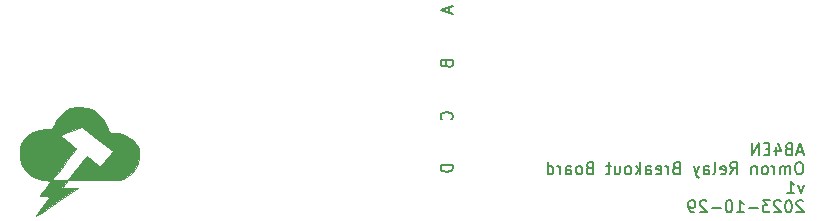
<source format=gbr>
%TF.GenerationSoftware,KiCad,Pcbnew,7.0.8-7.0.8~ubuntu22.04.1*%
%TF.CreationDate,2023-10-29T22:01:59-04:00*%
%TF.ProjectId,relay_board,72656c61-795f-4626-9f61-72642e6b6963,rev?*%
%TF.SameCoordinates,Original*%
%TF.FileFunction,Legend,Bot*%
%TF.FilePolarity,Positive*%
%FSLAX46Y46*%
G04 Gerber Fmt 4.6, Leading zero omitted, Abs format (unit mm)*
G04 Created by KiCad (PCBNEW 7.0.8-7.0.8~ubuntu22.04.1) date 2023-10-29 22:01:59*
%MOMM*%
%LPD*%
G01*
G04 APERTURE LIST*
%ADD10C,0.150000*%
%ADD11C,0.010000*%
G04 APERTURE END LIST*
D10*
X194814819Y-109556779D02*
X193814819Y-109556779D01*
X193814819Y-109556779D02*
X193814819Y-109794874D01*
X193814819Y-109794874D02*
X193862438Y-109937731D01*
X193862438Y-109937731D02*
X193957676Y-110032969D01*
X193957676Y-110032969D02*
X194052914Y-110080588D01*
X194052914Y-110080588D02*
X194243390Y-110128207D01*
X194243390Y-110128207D02*
X194386247Y-110128207D01*
X194386247Y-110128207D02*
X194576723Y-110080588D01*
X194576723Y-110080588D02*
X194671961Y-110032969D01*
X194671961Y-110032969D02*
X194767200Y-109937731D01*
X194767200Y-109937731D02*
X194814819Y-109794874D01*
X194814819Y-109794874D02*
X194814819Y-109556779D01*
X194719580Y-105683207D02*
X194767200Y-105635588D01*
X194767200Y-105635588D02*
X194814819Y-105492731D01*
X194814819Y-105492731D02*
X194814819Y-105397493D01*
X194814819Y-105397493D02*
X194767200Y-105254636D01*
X194767200Y-105254636D02*
X194671961Y-105159398D01*
X194671961Y-105159398D02*
X194576723Y-105111779D01*
X194576723Y-105111779D02*
X194386247Y-105064160D01*
X194386247Y-105064160D02*
X194243390Y-105064160D01*
X194243390Y-105064160D02*
X194052914Y-105111779D01*
X194052914Y-105111779D02*
X193957676Y-105159398D01*
X193957676Y-105159398D02*
X193862438Y-105254636D01*
X193862438Y-105254636D02*
X193814819Y-105397493D01*
X193814819Y-105397493D02*
X193814819Y-105492731D01*
X193814819Y-105492731D02*
X193862438Y-105635588D01*
X193862438Y-105635588D02*
X193910057Y-105683207D01*
X194291009Y-101000112D02*
X194338628Y-101142969D01*
X194338628Y-101142969D02*
X194386247Y-101190588D01*
X194386247Y-101190588D02*
X194481485Y-101238207D01*
X194481485Y-101238207D02*
X194624342Y-101238207D01*
X194624342Y-101238207D02*
X194719580Y-101190588D01*
X194719580Y-101190588D02*
X194767200Y-101142969D01*
X194767200Y-101142969D02*
X194814819Y-101047731D01*
X194814819Y-101047731D02*
X194814819Y-100666779D01*
X194814819Y-100666779D02*
X193814819Y-100666779D01*
X193814819Y-100666779D02*
X193814819Y-101000112D01*
X193814819Y-101000112D02*
X193862438Y-101095350D01*
X193862438Y-101095350D02*
X193910057Y-101142969D01*
X193910057Y-101142969D02*
X194005295Y-101190588D01*
X194005295Y-101190588D02*
X194100533Y-101190588D01*
X194100533Y-101190588D02*
X194195771Y-101142969D01*
X194195771Y-101142969D02*
X194243390Y-101095350D01*
X194243390Y-101095350D02*
X194291009Y-101000112D01*
X194291009Y-101000112D02*
X194291009Y-100666779D01*
X194529104Y-96174160D02*
X194529104Y-96650350D01*
X194814819Y-96078922D02*
X193814819Y-96412255D01*
X193814819Y-96412255D02*
X194814819Y-96745588D01*
X224500839Y-108419104D02*
X224024649Y-108419104D01*
X224596077Y-108704819D02*
X224262744Y-107704819D01*
X224262744Y-107704819D02*
X223929411Y-108704819D01*
X223262744Y-108181009D02*
X223119887Y-108228628D01*
X223119887Y-108228628D02*
X223072268Y-108276247D01*
X223072268Y-108276247D02*
X223024649Y-108371485D01*
X223024649Y-108371485D02*
X223024649Y-108514342D01*
X223024649Y-108514342D02*
X223072268Y-108609580D01*
X223072268Y-108609580D02*
X223119887Y-108657200D01*
X223119887Y-108657200D02*
X223215125Y-108704819D01*
X223215125Y-108704819D02*
X223596077Y-108704819D01*
X223596077Y-108704819D02*
X223596077Y-107704819D01*
X223596077Y-107704819D02*
X223262744Y-107704819D01*
X223262744Y-107704819D02*
X223167506Y-107752438D01*
X223167506Y-107752438D02*
X223119887Y-107800057D01*
X223119887Y-107800057D02*
X223072268Y-107895295D01*
X223072268Y-107895295D02*
X223072268Y-107990533D01*
X223072268Y-107990533D02*
X223119887Y-108085771D01*
X223119887Y-108085771D02*
X223167506Y-108133390D01*
X223167506Y-108133390D02*
X223262744Y-108181009D01*
X223262744Y-108181009D02*
X223596077Y-108181009D01*
X222167506Y-108038152D02*
X222167506Y-108704819D01*
X222405601Y-107657200D02*
X222643696Y-108371485D01*
X222643696Y-108371485D02*
X222024649Y-108371485D01*
X221643696Y-108181009D02*
X221310363Y-108181009D01*
X221167506Y-108704819D02*
X221643696Y-108704819D01*
X221643696Y-108704819D02*
X221643696Y-107704819D01*
X221643696Y-107704819D02*
X221167506Y-107704819D01*
X220738934Y-108704819D02*
X220738934Y-107704819D01*
X220738934Y-107704819D02*
X220167506Y-108704819D01*
X220167506Y-108704819D02*
X220167506Y-107704819D01*
X224262744Y-109314819D02*
X224072268Y-109314819D01*
X224072268Y-109314819D02*
X223977030Y-109362438D01*
X223977030Y-109362438D02*
X223881792Y-109457676D01*
X223881792Y-109457676D02*
X223834173Y-109648152D01*
X223834173Y-109648152D02*
X223834173Y-109981485D01*
X223834173Y-109981485D02*
X223881792Y-110171961D01*
X223881792Y-110171961D02*
X223977030Y-110267200D01*
X223977030Y-110267200D02*
X224072268Y-110314819D01*
X224072268Y-110314819D02*
X224262744Y-110314819D01*
X224262744Y-110314819D02*
X224357982Y-110267200D01*
X224357982Y-110267200D02*
X224453220Y-110171961D01*
X224453220Y-110171961D02*
X224500839Y-109981485D01*
X224500839Y-109981485D02*
X224500839Y-109648152D01*
X224500839Y-109648152D02*
X224453220Y-109457676D01*
X224453220Y-109457676D02*
X224357982Y-109362438D01*
X224357982Y-109362438D02*
X224262744Y-109314819D01*
X223405601Y-110314819D02*
X223405601Y-109648152D01*
X223405601Y-109743390D02*
X223357982Y-109695771D01*
X223357982Y-109695771D02*
X223262744Y-109648152D01*
X223262744Y-109648152D02*
X223119887Y-109648152D01*
X223119887Y-109648152D02*
X223024649Y-109695771D01*
X223024649Y-109695771D02*
X222977030Y-109791009D01*
X222977030Y-109791009D02*
X222977030Y-110314819D01*
X222977030Y-109791009D02*
X222929411Y-109695771D01*
X222929411Y-109695771D02*
X222834173Y-109648152D01*
X222834173Y-109648152D02*
X222691316Y-109648152D01*
X222691316Y-109648152D02*
X222596077Y-109695771D01*
X222596077Y-109695771D02*
X222548458Y-109791009D01*
X222548458Y-109791009D02*
X222548458Y-110314819D01*
X222072268Y-110314819D02*
X222072268Y-109648152D01*
X222072268Y-109838628D02*
X222024649Y-109743390D01*
X222024649Y-109743390D02*
X221977030Y-109695771D01*
X221977030Y-109695771D02*
X221881792Y-109648152D01*
X221881792Y-109648152D02*
X221786554Y-109648152D01*
X221310363Y-110314819D02*
X221405601Y-110267200D01*
X221405601Y-110267200D02*
X221453220Y-110219580D01*
X221453220Y-110219580D02*
X221500839Y-110124342D01*
X221500839Y-110124342D02*
X221500839Y-109838628D01*
X221500839Y-109838628D02*
X221453220Y-109743390D01*
X221453220Y-109743390D02*
X221405601Y-109695771D01*
X221405601Y-109695771D02*
X221310363Y-109648152D01*
X221310363Y-109648152D02*
X221167506Y-109648152D01*
X221167506Y-109648152D02*
X221072268Y-109695771D01*
X221072268Y-109695771D02*
X221024649Y-109743390D01*
X221024649Y-109743390D02*
X220977030Y-109838628D01*
X220977030Y-109838628D02*
X220977030Y-110124342D01*
X220977030Y-110124342D02*
X221024649Y-110219580D01*
X221024649Y-110219580D02*
X221072268Y-110267200D01*
X221072268Y-110267200D02*
X221167506Y-110314819D01*
X221167506Y-110314819D02*
X221310363Y-110314819D01*
X220548458Y-109648152D02*
X220548458Y-110314819D01*
X220548458Y-109743390D02*
X220500839Y-109695771D01*
X220500839Y-109695771D02*
X220405601Y-109648152D01*
X220405601Y-109648152D02*
X220262744Y-109648152D01*
X220262744Y-109648152D02*
X220167506Y-109695771D01*
X220167506Y-109695771D02*
X220119887Y-109791009D01*
X220119887Y-109791009D02*
X220119887Y-110314819D01*
X218310363Y-110314819D02*
X218643696Y-109838628D01*
X218881791Y-110314819D02*
X218881791Y-109314819D01*
X218881791Y-109314819D02*
X218500839Y-109314819D01*
X218500839Y-109314819D02*
X218405601Y-109362438D01*
X218405601Y-109362438D02*
X218357982Y-109410057D01*
X218357982Y-109410057D02*
X218310363Y-109505295D01*
X218310363Y-109505295D02*
X218310363Y-109648152D01*
X218310363Y-109648152D02*
X218357982Y-109743390D01*
X218357982Y-109743390D02*
X218405601Y-109791009D01*
X218405601Y-109791009D02*
X218500839Y-109838628D01*
X218500839Y-109838628D02*
X218881791Y-109838628D01*
X217500839Y-110267200D02*
X217596077Y-110314819D01*
X217596077Y-110314819D02*
X217786553Y-110314819D01*
X217786553Y-110314819D02*
X217881791Y-110267200D01*
X217881791Y-110267200D02*
X217929410Y-110171961D01*
X217929410Y-110171961D02*
X217929410Y-109791009D01*
X217929410Y-109791009D02*
X217881791Y-109695771D01*
X217881791Y-109695771D02*
X217786553Y-109648152D01*
X217786553Y-109648152D02*
X217596077Y-109648152D01*
X217596077Y-109648152D02*
X217500839Y-109695771D01*
X217500839Y-109695771D02*
X217453220Y-109791009D01*
X217453220Y-109791009D02*
X217453220Y-109886247D01*
X217453220Y-109886247D02*
X217929410Y-109981485D01*
X216881791Y-110314819D02*
X216977029Y-110267200D01*
X216977029Y-110267200D02*
X217024648Y-110171961D01*
X217024648Y-110171961D02*
X217024648Y-109314819D01*
X216072267Y-110314819D02*
X216072267Y-109791009D01*
X216072267Y-109791009D02*
X216119886Y-109695771D01*
X216119886Y-109695771D02*
X216215124Y-109648152D01*
X216215124Y-109648152D02*
X216405600Y-109648152D01*
X216405600Y-109648152D02*
X216500838Y-109695771D01*
X216072267Y-110267200D02*
X216167505Y-110314819D01*
X216167505Y-110314819D02*
X216405600Y-110314819D01*
X216405600Y-110314819D02*
X216500838Y-110267200D01*
X216500838Y-110267200D02*
X216548457Y-110171961D01*
X216548457Y-110171961D02*
X216548457Y-110076723D01*
X216548457Y-110076723D02*
X216500838Y-109981485D01*
X216500838Y-109981485D02*
X216405600Y-109933866D01*
X216405600Y-109933866D02*
X216167505Y-109933866D01*
X216167505Y-109933866D02*
X216072267Y-109886247D01*
X215691314Y-109648152D02*
X215453219Y-110314819D01*
X215215124Y-109648152D02*
X215453219Y-110314819D01*
X215453219Y-110314819D02*
X215548457Y-110552914D01*
X215548457Y-110552914D02*
X215596076Y-110600533D01*
X215596076Y-110600533D02*
X215691314Y-110648152D01*
X213738933Y-109791009D02*
X213596076Y-109838628D01*
X213596076Y-109838628D02*
X213548457Y-109886247D01*
X213548457Y-109886247D02*
X213500838Y-109981485D01*
X213500838Y-109981485D02*
X213500838Y-110124342D01*
X213500838Y-110124342D02*
X213548457Y-110219580D01*
X213548457Y-110219580D02*
X213596076Y-110267200D01*
X213596076Y-110267200D02*
X213691314Y-110314819D01*
X213691314Y-110314819D02*
X214072266Y-110314819D01*
X214072266Y-110314819D02*
X214072266Y-109314819D01*
X214072266Y-109314819D02*
X213738933Y-109314819D01*
X213738933Y-109314819D02*
X213643695Y-109362438D01*
X213643695Y-109362438D02*
X213596076Y-109410057D01*
X213596076Y-109410057D02*
X213548457Y-109505295D01*
X213548457Y-109505295D02*
X213548457Y-109600533D01*
X213548457Y-109600533D02*
X213596076Y-109695771D01*
X213596076Y-109695771D02*
X213643695Y-109743390D01*
X213643695Y-109743390D02*
X213738933Y-109791009D01*
X213738933Y-109791009D02*
X214072266Y-109791009D01*
X213072266Y-110314819D02*
X213072266Y-109648152D01*
X213072266Y-109838628D02*
X213024647Y-109743390D01*
X213024647Y-109743390D02*
X212977028Y-109695771D01*
X212977028Y-109695771D02*
X212881790Y-109648152D01*
X212881790Y-109648152D02*
X212786552Y-109648152D01*
X212072266Y-110267200D02*
X212167504Y-110314819D01*
X212167504Y-110314819D02*
X212357980Y-110314819D01*
X212357980Y-110314819D02*
X212453218Y-110267200D01*
X212453218Y-110267200D02*
X212500837Y-110171961D01*
X212500837Y-110171961D02*
X212500837Y-109791009D01*
X212500837Y-109791009D02*
X212453218Y-109695771D01*
X212453218Y-109695771D02*
X212357980Y-109648152D01*
X212357980Y-109648152D02*
X212167504Y-109648152D01*
X212167504Y-109648152D02*
X212072266Y-109695771D01*
X212072266Y-109695771D02*
X212024647Y-109791009D01*
X212024647Y-109791009D02*
X212024647Y-109886247D01*
X212024647Y-109886247D02*
X212500837Y-109981485D01*
X211167504Y-110314819D02*
X211167504Y-109791009D01*
X211167504Y-109791009D02*
X211215123Y-109695771D01*
X211215123Y-109695771D02*
X211310361Y-109648152D01*
X211310361Y-109648152D02*
X211500837Y-109648152D01*
X211500837Y-109648152D02*
X211596075Y-109695771D01*
X211167504Y-110267200D02*
X211262742Y-110314819D01*
X211262742Y-110314819D02*
X211500837Y-110314819D01*
X211500837Y-110314819D02*
X211596075Y-110267200D01*
X211596075Y-110267200D02*
X211643694Y-110171961D01*
X211643694Y-110171961D02*
X211643694Y-110076723D01*
X211643694Y-110076723D02*
X211596075Y-109981485D01*
X211596075Y-109981485D02*
X211500837Y-109933866D01*
X211500837Y-109933866D02*
X211262742Y-109933866D01*
X211262742Y-109933866D02*
X211167504Y-109886247D01*
X210691313Y-110314819D02*
X210691313Y-109314819D01*
X210596075Y-109933866D02*
X210310361Y-110314819D01*
X210310361Y-109648152D02*
X210691313Y-110029104D01*
X209738932Y-110314819D02*
X209834170Y-110267200D01*
X209834170Y-110267200D02*
X209881789Y-110219580D01*
X209881789Y-110219580D02*
X209929408Y-110124342D01*
X209929408Y-110124342D02*
X209929408Y-109838628D01*
X209929408Y-109838628D02*
X209881789Y-109743390D01*
X209881789Y-109743390D02*
X209834170Y-109695771D01*
X209834170Y-109695771D02*
X209738932Y-109648152D01*
X209738932Y-109648152D02*
X209596075Y-109648152D01*
X209596075Y-109648152D02*
X209500837Y-109695771D01*
X209500837Y-109695771D02*
X209453218Y-109743390D01*
X209453218Y-109743390D02*
X209405599Y-109838628D01*
X209405599Y-109838628D02*
X209405599Y-110124342D01*
X209405599Y-110124342D02*
X209453218Y-110219580D01*
X209453218Y-110219580D02*
X209500837Y-110267200D01*
X209500837Y-110267200D02*
X209596075Y-110314819D01*
X209596075Y-110314819D02*
X209738932Y-110314819D01*
X208548456Y-109648152D02*
X208548456Y-110314819D01*
X208977027Y-109648152D02*
X208977027Y-110171961D01*
X208977027Y-110171961D02*
X208929408Y-110267200D01*
X208929408Y-110267200D02*
X208834170Y-110314819D01*
X208834170Y-110314819D02*
X208691313Y-110314819D01*
X208691313Y-110314819D02*
X208596075Y-110267200D01*
X208596075Y-110267200D02*
X208548456Y-110219580D01*
X208215122Y-109648152D02*
X207834170Y-109648152D01*
X208072265Y-109314819D02*
X208072265Y-110171961D01*
X208072265Y-110171961D02*
X208024646Y-110267200D01*
X208024646Y-110267200D02*
X207929408Y-110314819D01*
X207929408Y-110314819D02*
X207834170Y-110314819D01*
X206405598Y-109791009D02*
X206262741Y-109838628D01*
X206262741Y-109838628D02*
X206215122Y-109886247D01*
X206215122Y-109886247D02*
X206167503Y-109981485D01*
X206167503Y-109981485D02*
X206167503Y-110124342D01*
X206167503Y-110124342D02*
X206215122Y-110219580D01*
X206215122Y-110219580D02*
X206262741Y-110267200D01*
X206262741Y-110267200D02*
X206357979Y-110314819D01*
X206357979Y-110314819D02*
X206738931Y-110314819D01*
X206738931Y-110314819D02*
X206738931Y-109314819D01*
X206738931Y-109314819D02*
X206405598Y-109314819D01*
X206405598Y-109314819D02*
X206310360Y-109362438D01*
X206310360Y-109362438D02*
X206262741Y-109410057D01*
X206262741Y-109410057D02*
X206215122Y-109505295D01*
X206215122Y-109505295D02*
X206215122Y-109600533D01*
X206215122Y-109600533D02*
X206262741Y-109695771D01*
X206262741Y-109695771D02*
X206310360Y-109743390D01*
X206310360Y-109743390D02*
X206405598Y-109791009D01*
X206405598Y-109791009D02*
X206738931Y-109791009D01*
X205596074Y-110314819D02*
X205691312Y-110267200D01*
X205691312Y-110267200D02*
X205738931Y-110219580D01*
X205738931Y-110219580D02*
X205786550Y-110124342D01*
X205786550Y-110124342D02*
X205786550Y-109838628D01*
X205786550Y-109838628D02*
X205738931Y-109743390D01*
X205738931Y-109743390D02*
X205691312Y-109695771D01*
X205691312Y-109695771D02*
X205596074Y-109648152D01*
X205596074Y-109648152D02*
X205453217Y-109648152D01*
X205453217Y-109648152D02*
X205357979Y-109695771D01*
X205357979Y-109695771D02*
X205310360Y-109743390D01*
X205310360Y-109743390D02*
X205262741Y-109838628D01*
X205262741Y-109838628D02*
X205262741Y-110124342D01*
X205262741Y-110124342D02*
X205310360Y-110219580D01*
X205310360Y-110219580D02*
X205357979Y-110267200D01*
X205357979Y-110267200D02*
X205453217Y-110314819D01*
X205453217Y-110314819D02*
X205596074Y-110314819D01*
X204405598Y-110314819D02*
X204405598Y-109791009D01*
X204405598Y-109791009D02*
X204453217Y-109695771D01*
X204453217Y-109695771D02*
X204548455Y-109648152D01*
X204548455Y-109648152D02*
X204738931Y-109648152D01*
X204738931Y-109648152D02*
X204834169Y-109695771D01*
X204405598Y-110267200D02*
X204500836Y-110314819D01*
X204500836Y-110314819D02*
X204738931Y-110314819D01*
X204738931Y-110314819D02*
X204834169Y-110267200D01*
X204834169Y-110267200D02*
X204881788Y-110171961D01*
X204881788Y-110171961D02*
X204881788Y-110076723D01*
X204881788Y-110076723D02*
X204834169Y-109981485D01*
X204834169Y-109981485D02*
X204738931Y-109933866D01*
X204738931Y-109933866D02*
X204500836Y-109933866D01*
X204500836Y-109933866D02*
X204405598Y-109886247D01*
X203929407Y-110314819D02*
X203929407Y-109648152D01*
X203929407Y-109838628D02*
X203881788Y-109743390D01*
X203881788Y-109743390D02*
X203834169Y-109695771D01*
X203834169Y-109695771D02*
X203738931Y-109648152D01*
X203738931Y-109648152D02*
X203643693Y-109648152D01*
X202881788Y-110314819D02*
X202881788Y-109314819D01*
X202881788Y-110267200D02*
X202977026Y-110314819D01*
X202977026Y-110314819D02*
X203167502Y-110314819D01*
X203167502Y-110314819D02*
X203262740Y-110267200D01*
X203262740Y-110267200D02*
X203310359Y-110219580D01*
X203310359Y-110219580D02*
X203357978Y-110124342D01*
X203357978Y-110124342D02*
X203357978Y-109838628D01*
X203357978Y-109838628D02*
X203310359Y-109743390D01*
X203310359Y-109743390D02*
X203262740Y-109695771D01*
X203262740Y-109695771D02*
X203167502Y-109648152D01*
X203167502Y-109648152D02*
X202977026Y-109648152D01*
X202977026Y-109648152D02*
X202881788Y-109695771D01*
X224548458Y-111258152D02*
X224310363Y-111924819D01*
X224310363Y-111924819D02*
X224072268Y-111258152D01*
X223167506Y-111924819D02*
X223738934Y-111924819D01*
X223453220Y-111924819D02*
X223453220Y-110924819D01*
X223453220Y-110924819D02*
X223548458Y-111067676D01*
X223548458Y-111067676D02*
X223643696Y-111162914D01*
X223643696Y-111162914D02*
X223738934Y-111210533D01*
X224500839Y-112630057D02*
X224453220Y-112582438D01*
X224453220Y-112582438D02*
X224357982Y-112534819D01*
X224357982Y-112534819D02*
X224119887Y-112534819D01*
X224119887Y-112534819D02*
X224024649Y-112582438D01*
X224024649Y-112582438D02*
X223977030Y-112630057D01*
X223977030Y-112630057D02*
X223929411Y-112725295D01*
X223929411Y-112725295D02*
X223929411Y-112820533D01*
X223929411Y-112820533D02*
X223977030Y-112963390D01*
X223977030Y-112963390D02*
X224548458Y-113534819D01*
X224548458Y-113534819D02*
X223929411Y-113534819D01*
X223310363Y-112534819D02*
X223215125Y-112534819D01*
X223215125Y-112534819D02*
X223119887Y-112582438D01*
X223119887Y-112582438D02*
X223072268Y-112630057D01*
X223072268Y-112630057D02*
X223024649Y-112725295D01*
X223024649Y-112725295D02*
X222977030Y-112915771D01*
X222977030Y-112915771D02*
X222977030Y-113153866D01*
X222977030Y-113153866D02*
X223024649Y-113344342D01*
X223024649Y-113344342D02*
X223072268Y-113439580D01*
X223072268Y-113439580D02*
X223119887Y-113487200D01*
X223119887Y-113487200D02*
X223215125Y-113534819D01*
X223215125Y-113534819D02*
X223310363Y-113534819D01*
X223310363Y-113534819D02*
X223405601Y-113487200D01*
X223405601Y-113487200D02*
X223453220Y-113439580D01*
X223453220Y-113439580D02*
X223500839Y-113344342D01*
X223500839Y-113344342D02*
X223548458Y-113153866D01*
X223548458Y-113153866D02*
X223548458Y-112915771D01*
X223548458Y-112915771D02*
X223500839Y-112725295D01*
X223500839Y-112725295D02*
X223453220Y-112630057D01*
X223453220Y-112630057D02*
X223405601Y-112582438D01*
X223405601Y-112582438D02*
X223310363Y-112534819D01*
X222596077Y-112630057D02*
X222548458Y-112582438D01*
X222548458Y-112582438D02*
X222453220Y-112534819D01*
X222453220Y-112534819D02*
X222215125Y-112534819D01*
X222215125Y-112534819D02*
X222119887Y-112582438D01*
X222119887Y-112582438D02*
X222072268Y-112630057D01*
X222072268Y-112630057D02*
X222024649Y-112725295D01*
X222024649Y-112725295D02*
X222024649Y-112820533D01*
X222024649Y-112820533D02*
X222072268Y-112963390D01*
X222072268Y-112963390D02*
X222643696Y-113534819D01*
X222643696Y-113534819D02*
X222024649Y-113534819D01*
X221691315Y-112534819D02*
X221072268Y-112534819D01*
X221072268Y-112534819D02*
X221405601Y-112915771D01*
X221405601Y-112915771D02*
X221262744Y-112915771D01*
X221262744Y-112915771D02*
X221167506Y-112963390D01*
X221167506Y-112963390D02*
X221119887Y-113011009D01*
X221119887Y-113011009D02*
X221072268Y-113106247D01*
X221072268Y-113106247D02*
X221072268Y-113344342D01*
X221072268Y-113344342D02*
X221119887Y-113439580D01*
X221119887Y-113439580D02*
X221167506Y-113487200D01*
X221167506Y-113487200D02*
X221262744Y-113534819D01*
X221262744Y-113534819D02*
X221548458Y-113534819D01*
X221548458Y-113534819D02*
X221643696Y-113487200D01*
X221643696Y-113487200D02*
X221691315Y-113439580D01*
X220643696Y-113153866D02*
X219881792Y-113153866D01*
X218881792Y-113534819D02*
X219453220Y-113534819D01*
X219167506Y-113534819D02*
X219167506Y-112534819D01*
X219167506Y-112534819D02*
X219262744Y-112677676D01*
X219262744Y-112677676D02*
X219357982Y-112772914D01*
X219357982Y-112772914D02*
X219453220Y-112820533D01*
X218262744Y-112534819D02*
X218167506Y-112534819D01*
X218167506Y-112534819D02*
X218072268Y-112582438D01*
X218072268Y-112582438D02*
X218024649Y-112630057D01*
X218024649Y-112630057D02*
X217977030Y-112725295D01*
X217977030Y-112725295D02*
X217929411Y-112915771D01*
X217929411Y-112915771D02*
X217929411Y-113153866D01*
X217929411Y-113153866D02*
X217977030Y-113344342D01*
X217977030Y-113344342D02*
X218024649Y-113439580D01*
X218024649Y-113439580D02*
X218072268Y-113487200D01*
X218072268Y-113487200D02*
X218167506Y-113534819D01*
X218167506Y-113534819D02*
X218262744Y-113534819D01*
X218262744Y-113534819D02*
X218357982Y-113487200D01*
X218357982Y-113487200D02*
X218405601Y-113439580D01*
X218405601Y-113439580D02*
X218453220Y-113344342D01*
X218453220Y-113344342D02*
X218500839Y-113153866D01*
X218500839Y-113153866D02*
X218500839Y-112915771D01*
X218500839Y-112915771D02*
X218453220Y-112725295D01*
X218453220Y-112725295D02*
X218405601Y-112630057D01*
X218405601Y-112630057D02*
X218357982Y-112582438D01*
X218357982Y-112582438D02*
X218262744Y-112534819D01*
X217500839Y-113153866D02*
X216738935Y-113153866D01*
X216310363Y-112630057D02*
X216262744Y-112582438D01*
X216262744Y-112582438D02*
X216167506Y-112534819D01*
X216167506Y-112534819D02*
X215929411Y-112534819D01*
X215929411Y-112534819D02*
X215834173Y-112582438D01*
X215834173Y-112582438D02*
X215786554Y-112630057D01*
X215786554Y-112630057D02*
X215738935Y-112725295D01*
X215738935Y-112725295D02*
X215738935Y-112820533D01*
X215738935Y-112820533D02*
X215786554Y-112963390D01*
X215786554Y-112963390D02*
X216357982Y-113534819D01*
X216357982Y-113534819D02*
X215738935Y-113534819D01*
X215262744Y-113534819D02*
X215072268Y-113534819D01*
X215072268Y-113534819D02*
X214977030Y-113487200D01*
X214977030Y-113487200D02*
X214929411Y-113439580D01*
X214929411Y-113439580D02*
X214834173Y-113296723D01*
X214834173Y-113296723D02*
X214786554Y-113106247D01*
X214786554Y-113106247D02*
X214786554Y-112725295D01*
X214786554Y-112725295D02*
X214834173Y-112630057D01*
X214834173Y-112630057D02*
X214881792Y-112582438D01*
X214881792Y-112582438D02*
X214977030Y-112534819D01*
X214977030Y-112534819D02*
X215167506Y-112534819D01*
X215167506Y-112534819D02*
X215262744Y-112582438D01*
X215262744Y-112582438D02*
X215310363Y-112630057D01*
X215310363Y-112630057D02*
X215357982Y-112725295D01*
X215357982Y-112725295D02*
X215357982Y-112963390D01*
X215357982Y-112963390D02*
X215310363Y-113058628D01*
X215310363Y-113058628D02*
X215262744Y-113106247D01*
X215262744Y-113106247D02*
X215167506Y-113153866D01*
X215167506Y-113153866D02*
X214977030Y-113153866D01*
X214977030Y-113153866D02*
X214881792Y-113106247D01*
X214881792Y-113106247D02*
X214834173Y-113058628D01*
X214834173Y-113058628D02*
X214786554Y-112963390D01*
%TO.C,G\u002A\u002A\u002A*%
D11*
X168305077Y-108856625D02*
X168211277Y-109422590D01*
X167969697Y-109921144D01*
X167588188Y-110336403D01*
X167074596Y-110652483D01*
X167062904Y-110657746D01*
X166935819Y-110709233D01*
X166798018Y-110749005D01*
X166626842Y-110778584D01*
X166399631Y-110799491D01*
X166093727Y-110813245D01*
X165686469Y-110821369D01*
X165155200Y-110825383D01*
X164477261Y-110826807D01*
X162260925Y-110828667D01*
X161736765Y-111463667D01*
X162437181Y-111488707D01*
X163137596Y-111513746D01*
X161359596Y-112686410D01*
X160955875Y-112951492D01*
X160508521Y-113242182D01*
X160125371Y-113487785D01*
X159825619Y-113676125D01*
X159628462Y-113795026D01*
X159553094Y-113832312D01*
X159587317Y-113762435D01*
X159705857Y-113584629D01*
X159890060Y-113326555D01*
X160120880Y-113015609D01*
X160717168Y-112225667D01*
X160297549Y-112200076D01*
X160148540Y-112188100D01*
X159954059Y-112160286D01*
X159877930Y-112130395D01*
X159890164Y-112104854D01*
X159982140Y-111969903D01*
X160144553Y-111750443D01*
X160353904Y-111478653D01*
X160829879Y-110871000D01*
X160241865Y-110824313D01*
X160151897Y-110815686D01*
X160020137Y-110784409D01*
X160944804Y-110784409D01*
X161021472Y-110813901D01*
X161212686Y-110826201D01*
X161545831Y-110828667D01*
X162223976Y-110828667D01*
X163017611Y-109812667D01*
X163166438Y-109623172D01*
X163427281Y-109296420D01*
X163641728Y-109034781D01*
X163790775Y-108861248D01*
X163855421Y-108798817D01*
X163863542Y-108801699D01*
X163968953Y-108873743D01*
X164161324Y-109022757D01*
X164406068Y-109222150D01*
X164462512Y-109268824D01*
X164700171Y-109459209D01*
X164879153Y-109592883D01*
X164964315Y-109643334D01*
X164966159Y-109643095D01*
X165047973Y-109574841D01*
X165208923Y-109404998D01*
X165423604Y-109162244D01*
X165666614Y-108875262D01*
X165912551Y-108572732D01*
X166062838Y-108383566D01*
X164743757Y-107371442D01*
X163424676Y-106359319D01*
X162497970Y-106665478D01*
X162153925Y-106782702D01*
X161851469Y-106893201D01*
X161646626Y-106976778D01*
X161571263Y-107021200D01*
X161598749Y-107055369D01*
X161735963Y-107174656D01*
X161962350Y-107353769D01*
X162248596Y-107569000D01*
X162437843Y-107711048D01*
X162689362Y-107910437D01*
X162861878Y-108061109D01*
X162925930Y-108138304D01*
X162919465Y-108153337D01*
X162837996Y-108276127D01*
X162678329Y-108497758D01*
X162459785Y-108792798D01*
X162201690Y-109135817D01*
X161923366Y-109501383D01*
X161644138Y-109864065D01*
X161383328Y-110198433D01*
X161160261Y-110479055D01*
X160994259Y-110680500D01*
X160955298Y-110730370D01*
X160944804Y-110784409D01*
X160020137Y-110784409D01*
X159542594Y-110671050D01*
X159016574Y-110390759D01*
X158592210Y-109987510D01*
X158287875Y-109474000D01*
X158263101Y-109409635D01*
X158175530Y-108989536D01*
X158166366Y-108505057D01*
X158232443Y-108026937D01*
X158370595Y-107625916D01*
X158452145Y-107483658D01*
X158805961Y-107078715D01*
X159276308Y-106772902D01*
X159839187Y-106578976D01*
X160470596Y-106509694D01*
X160936263Y-106507777D01*
X161136378Y-106045476D01*
X161277268Y-105779710D01*
X161599286Y-105359859D01*
X161991271Y-105001609D01*
X162401876Y-104757229D01*
X162580909Y-104702286D01*
X162912298Y-104646258D01*
X163266572Y-104624234D01*
X163311632Y-104624456D01*
X163919586Y-104701201D01*
X164446228Y-104921199D01*
X164911763Y-105292660D01*
X164991628Y-105381937D01*
X165184052Y-105643464D01*
X165379216Y-105957294D01*
X165550991Y-106276516D01*
X165673249Y-106554222D01*
X165719863Y-106743500D01*
X165726767Y-106768732D01*
X165855640Y-106829221D01*
X166148104Y-106849334D01*
X166432369Y-106858384D01*
X166944530Y-106943013D01*
X167371365Y-107129737D01*
X167756794Y-107434535D01*
X167789643Y-107466757D01*
X168024262Y-107727973D01*
X168164056Y-107973111D01*
X168250490Y-108272560D01*
X168260865Y-108383566D01*
X168305077Y-108856625D01*
G36*
X168305077Y-108856625D02*
G01*
X168211277Y-109422590D01*
X167969697Y-109921144D01*
X167588188Y-110336403D01*
X167074596Y-110652483D01*
X167062904Y-110657746D01*
X166935819Y-110709233D01*
X166798018Y-110749005D01*
X166626842Y-110778584D01*
X166399631Y-110799491D01*
X166093727Y-110813245D01*
X165686469Y-110821369D01*
X165155200Y-110825383D01*
X164477261Y-110826807D01*
X162260925Y-110828667D01*
X161736765Y-111463667D01*
X162437181Y-111488707D01*
X163137596Y-111513746D01*
X161359596Y-112686410D01*
X160955875Y-112951492D01*
X160508521Y-113242182D01*
X160125371Y-113487785D01*
X159825619Y-113676125D01*
X159628462Y-113795026D01*
X159553094Y-113832312D01*
X159587317Y-113762435D01*
X159705857Y-113584629D01*
X159890060Y-113326555D01*
X160120880Y-113015609D01*
X160717168Y-112225667D01*
X160297549Y-112200076D01*
X160148540Y-112188100D01*
X159954059Y-112160286D01*
X159877930Y-112130395D01*
X159890164Y-112104854D01*
X159982140Y-111969903D01*
X160144553Y-111750443D01*
X160353904Y-111478653D01*
X160829879Y-110871000D01*
X160241865Y-110824313D01*
X160151897Y-110815686D01*
X160020137Y-110784409D01*
X160944804Y-110784409D01*
X161021472Y-110813901D01*
X161212686Y-110826201D01*
X161545831Y-110828667D01*
X162223976Y-110828667D01*
X163017611Y-109812667D01*
X163166438Y-109623172D01*
X163427281Y-109296420D01*
X163641728Y-109034781D01*
X163790775Y-108861248D01*
X163855421Y-108798817D01*
X163863542Y-108801699D01*
X163968953Y-108873743D01*
X164161324Y-109022757D01*
X164406068Y-109222150D01*
X164462512Y-109268824D01*
X164700171Y-109459209D01*
X164879153Y-109592883D01*
X164964315Y-109643334D01*
X164966159Y-109643095D01*
X165047973Y-109574841D01*
X165208923Y-109404998D01*
X165423604Y-109162244D01*
X165666614Y-108875262D01*
X165912551Y-108572732D01*
X166062838Y-108383566D01*
X164743757Y-107371442D01*
X163424676Y-106359319D01*
X162497970Y-106665478D01*
X162153925Y-106782702D01*
X161851469Y-106893201D01*
X161646626Y-106976778D01*
X161571263Y-107021200D01*
X161598749Y-107055369D01*
X161735963Y-107174656D01*
X161962350Y-107353769D01*
X162248596Y-107569000D01*
X162437843Y-107711048D01*
X162689362Y-107910437D01*
X162861878Y-108061109D01*
X162925930Y-108138304D01*
X162919465Y-108153337D01*
X162837996Y-108276127D01*
X162678329Y-108497758D01*
X162459785Y-108792798D01*
X162201690Y-109135817D01*
X161923366Y-109501383D01*
X161644138Y-109864065D01*
X161383328Y-110198433D01*
X161160261Y-110479055D01*
X160994259Y-110680500D01*
X160955298Y-110730370D01*
X160944804Y-110784409D01*
X160020137Y-110784409D01*
X159542594Y-110671050D01*
X159016574Y-110390759D01*
X158592210Y-109987510D01*
X158287875Y-109474000D01*
X158263101Y-109409635D01*
X158175530Y-108989536D01*
X158166366Y-108505057D01*
X158232443Y-108026937D01*
X158370595Y-107625916D01*
X158452145Y-107483658D01*
X158805961Y-107078715D01*
X159276308Y-106772902D01*
X159839187Y-106578976D01*
X160470596Y-106509694D01*
X160936263Y-106507777D01*
X161136378Y-106045476D01*
X161277268Y-105779710D01*
X161599286Y-105359859D01*
X161991271Y-105001609D01*
X162401876Y-104757229D01*
X162580909Y-104702286D01*
X162912298Y-104646258D01*
X163266572Y-104624234D01*
X163311632Y-104624456D01*
X163919586Y-104701201D01*
X164446228Y-104921199D01*
X164911763Y-105292660D01*
X164991628Y-105381937D01*
X165184052Y-105643464D01*
X165379216Y-105957294D01*
X165550991Y-106276516D01*
X165673249Y-106554222D01*
X165719863Y-106743500D01*
X165726767Y-106768732D01*
X165855640Y-106829221D01*
X166148104Y-106849334D01*
X166432369Y-106858384D01*
X166944530Y-106943013D01*
X167371365Y-107129737D01*
X167756794Y-107434535D01*
X167789643Y-107466757D01*
X168024262Y-107727973D01*
X168164056Y-107973111D01*
X168250490Y-108272560D01*
X168260865Y-108383566D01*
X168305077Y-108856625D01*
G37*
%TD*%
M02*

</source>
